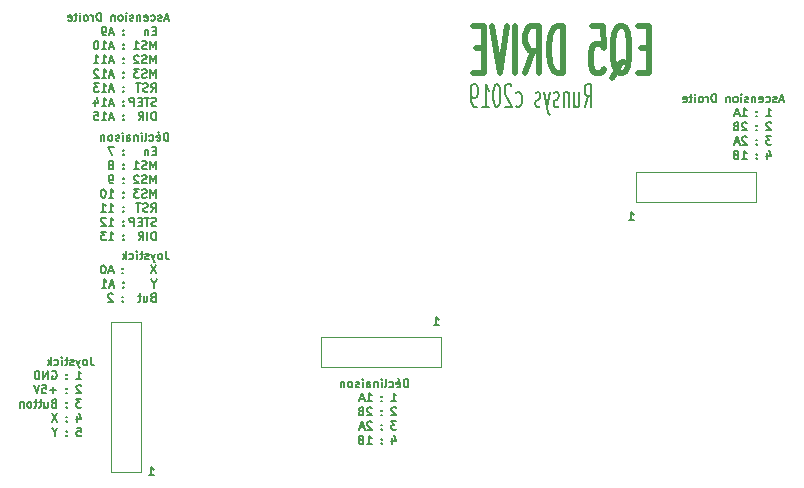
<source format=gbr>
G04 #@! TF.GenerationSoftware,KiCad,Pcbnew,5.1.5-52549c5~84~ubuntu18.04.1*
G04 #@! TF.CreationDate,2019-12-27T21:16:52+01:00*
G04 #@! TF.ProjectId,schema,73636865-6d61-42e6-9b69-6361645f7063,rev?*
G04 #@! TF.SameCoordinates,Original*
G04 #@! TF.FileFunction,Legend,Bot*
G04 #@! TF.FilePolarity,Positive*
%FSLAX46Y46*%
G04 Gerber Fmt 4.6, Leading zero omitted, Abs format (unit mm)*
G04 Created by KiCad (PCBNEW 5.1.5-52549c5~84~ubuntu18.04.1) date 2019-12-27 21:16:52*
%MOMM*%
%LPD*%
G04 APERTURE LIST*
%ADD10C,0.150000*%
%ADD11C,0.120000*%
%ADD12C,0.500000*%
G04 APERTURE END LIST*
D10*
X106415833Y-79800000D02*
X106382500Y-79833333D01*
X106415833Y-79866666D01*
X106449166Y-79833333D01*
X106415833Y-79800000D01*
X106415833Y-79866666D01*
X106415833Y-79433333D02*
X106382500Y-79466666D01*
X106415833Y-79500000D01*
X106449166Y-79466666D01*
X106415833Y-79433333D01*
X106415833Y-79500000D01*
X105615833Y-79166666D02*
X105149166Y-79166666D01*
X105449166Y-79866666D01*
X106415833Y-81000000D02*
X106382500Y-81033333D01*
X106415833Y-81066666D01*
X106449166Y-81033333D01*
X106415833Y-81000000D01*
X106415833Y-81066666D01*
X106415833Y-80633333D02*
X106382500Y-80666666D01*
X106415833Y-80700000D01*
X106449166Y-80666666D01*
X106415833Y-80633333D01*
X106415833Y-80700000D01*
X105449166Y-80666666D02*
X105515833Y-80633333D01*
X105549166Y-80600000D01*
X105582500Y-80533333D01*
X105582500Y-80500000D01*
X105549166Y-80433333D01*
X105515833Y-80400000D01*
X105449166Y-80366666D01*
X105315833Y-80366666D01*
X105249166Y-80400000D01*
X105215833Y-80433333D01*
X105182500Y-80500000D01*
X105182500Y-80533333D01*
X105215833Y-80600000D01*
X105249166Y-80633333D01*
X105315833Y-80666666D01*
X105449166Y-80666666D01*
X105515833Y-80700000D01*
X105549166Y-80733333D01*
X105582500Y-80800000D01*
X105582500Y-80933333D01*
X105549166Y-81000000D01*
X105515833Y-81033333D01*
X105449166Y-81066666D01*
X105315833Y-81066666D01*
X105249166Y-81033333D01*
X105215833Y-81000000D01*
X105182500Y-80933333D01*
X105182500Y-80800000D01*
X105215833Y-80733333D01*
X105249166Y-80700000D01*
X105315833Y-80666666D01*
X106415833Y-82200000D02*
X106382500Y-82233333D01*
X106415833Y-82266666D01*
X106449166Y-82233333D01*
X106415833Y-82200000D01*
X106415833Y-82266666D01*
X106415833Y-81833333D02*
X106382500Y-81866666D01*
X106415833Y-81900000D01*
X106449166Y-81866666D01*
X106415833Y-81833333D01*
X106415833Y-81900000D01*
X105515833Y-82266666D02*
X105382500Y-82266666D01*
X105315833Y-82233333D01*
X105282500Y-82200000D01*
X105215833Y-82100000D01*
X105182500Y-81966666D01*
X105182500Y-81700000D01*
X105215833Y-81633333D01*
X105249166Y-81600000D01*
X105315833Y-81566666D01*
X105449166Y-81566666D01*
X105515833Y-81600000D01*
X105549166Y-81633333D01*
X105582500Y-81700000D01*
X105582500Y-81866666D01*
X105549166Y-81933333D01*
X105515833Y-81966666D01*
X105449166Y-82000000D01*
X105315833Y-82000000D01*
X105249166Y-81966666D01*
X105215833Y-81933333D01*
X105182500Y-81866666D01*
X106415833Y-83400000D02*
X106382500Y-83433333D01*
X106415833Y-83466666D01*
X106449166Y-83433333D01*
X106415833Y-83400000D01*
X106415833Y-83466666D01*
X106415833Y-83033333D02*
X106382500Y-83066666D01*
X106415833Y-83100000D01*
X106449166Y-83066666D01*
X106415833Y-83033333D01*
X106415833Y-83100000D01*
X105182500Y-83466666D02*
X105582500Y-83466666D01*
X105382500Y-83466666D02*
X105382500Y-82766666D01*
X105449166Y-82866666D01*
X105515833Y-82933333D01*
X105582500Y-82966666D01*
X104749166Y-82766666D02*
X104682500Y-82766666D01*
X104615833Y-82800000D01*
X104582500Y-82833333D01*
X104549166Y-82900000D01*
X104515833Y-83033333D01*
X104515833Y-83200000D01*
X104549166Y-83333333D01*
X104582500Y-83400000D01*
X104615833Y-83433333D01*
X104682500Y-83466666D01*
X104749166Y-83466666D01*
X104815833Y-83433333D01*
X104849166Y-83400000D01*
X104882500Y-83333333D01*
X104915833Y-83200000D01*
X104915833Y-83033333D01*
X104882500Y-82900000D01*
X104849166Y-82833333D01*
X104815833Y-82800000D01*
X104749166Y-82766666D01*
X106415833Y-84600000D02*
X106382500Y-84633333D01*
X106415833Y-84666666D01*
X106449166Y-84633333D01*
X106415833Y-84600000D01*
X106415833Y-84666666D01*
X106415833Y-84233333D02*
X106382500Y-84266666D01*
X106415833Y-84300000D01*
X106449166Y-84266666D01*
X106415833Y-84233333D01*
X106415833Y-84300000D01*
X105182500Y-84666666D02*
X105582500Y-84666666D01*
X105382500Y-84666666D02*
X105382500Y-83966666D01*
X105449166Y-84066666D01*
X105515833Y-84133333D01*
X105582500Y-84166666D01*
X104515833Y-84666666D02*
X104915833Y-84666666D01*
X104715833Y-84666666D02*
X104715833Y-83966666D01*
X104782500Y-84066666D01*
X104849166Y-84133333D01*
X104915833Y-84166666D01*
X106415833Y-85800000D02*
X106382500Y-85833333D01*
X106415833Y-85866666D01*
X106449166Y-85833333D01*
X106415833Y-85800000D01*
X106415833Y-85866666D01*
X106415833Y-85433333D02*
X106382500Y-85466666D01*
X106415833Y-85500000D01*
X106449166Y-85466666D01*
X106415833Y-85433333D01*
X106415833Y-85500000D01*
X105182500Y-85866666D02*
X105582500Y-85866666D01*
X105382500Y-85866666D02*
X105382500Y-85166666D01*
X105449166Y-85266666D01*
X105515833Y-85333333D01*
X105582500Y-85366666D01*
X104915833Y-85233333D02*
X104882500Y-85200000D01*
X104815833Y-85166666D01*
X104649166Y-85166666D01*
X104582500Y-85200000D01*
X104549166Y-85233333D01*
X104515833Y-85300000D01*
X104515833Y-85366666D01*
X104549166Y-85466666D01*
X104949166Y-85866666D01*
X104515833Y-85866666D01*
X106415833Y-87000000D02*
X106382500Y-87033333D01*
X106415833Y-87066666D01*
X106449166Y-87033333D01*
X106415833Y-87000000D01*
X106415833Y-87066666D01*
X106415833Y-86633333D02*
X106382500Y-86666666D01*
X106415833Y-86700000D01*
X106449166Y-86666666D01*
X106415833Y-86633333D01*
X106415833Y-86700000D01*
X105182500Y-87066666D02*
X105582500Y-87066666D01*
X105382500Y-87066666D02*
X105382500Y-86366666D01*
X105449166Y-86466666D01*
X105515833Y-86533333D01*
X105582500Y-86566666D01*
X104949166Y-86366666D02*
X104515833Y-86366666D01*
X104749166Y-86633333D01*
X104649166Y-86633333D01*
X104582500Y-86666666D01*
X104549166Y-86700000D01*
X104515833Y-86766666D01*
X104515833Y-86933333D01*
X104549166Y-87000000D01*
X104582500Y-87033333D01*
X104649166Y-87066666D01*
X104849166Y-87066666D01*
X104915833Y-87033333D01*
X104949166Y-87000000D01*
X106415833Y-69640000D02*
X106382500Y-69673333D01*
X106415833Y-69706666D01*
X106449166Y-69673333D01*
X106415833Y-69640000D01*
X106415833Y-69706666D01*
X106415833Y-69273333D02*
X106382500Y-69306666D01*
X106415833Y-69340000D01*
X106449166Y-69306666D01*
X106415833Y-69273333D01*
X106415833Y-69340000D01*
X105582500Y-69506666D02*
X105249166Y-69506666D01*
X105649166Y-69706666D02*
X105415833Y-69006666D01*
X105182500Y-69706666D01*
X104915833Y-69706666D02*
X104782500Y-69706666D01*
X104715833Y-69673333D01*
X104682500Y-69640000D01*
X104615833Y-69540000D01*
X104582500Y-69406666D01*
X104582500Y-69140000D01*
X104615833Y-69073333D01*
X104649166Y-69040000D01*
X104715833Y-69006666D01*
X104849166Y-69006666D01*
X104915833Y-69040000D01*
X104949166Y-69073333D01*
X104982500Y-69140000D01*
X104982500Y-69306666D01*
X104949166Y-69373333D01*
X104915833Y-69406666D01*
X104849166Y-69440000D01*
X104715833Y-69440000D01*
X104649166Y-69406666D01*
X104615833Y-69373333D01*
X104582500Y-69306666D01*
X106415833Y-70840000D02*
X106382500Y-70873333D01*
X106415833Y-70906666D01*
X106449166Y-70873333D01*
X106415833Y-70840000D01*
X106415833Y-70906666D01*
X106415833Y-70473333D02*
X106382500Y-70506666D01*
X106415833Y-70540000D01*
X106449166Y-70506666D01*
X106415833Y-70473333D01*
X106415833Y-70540000D01*
X105582500Y-70706666D02*
X105249166Y-70706666D01*
X105649166Y-70906666D02*
X105415833Y-70206666D01*
X105182500Y-70906666D01*
X104582500Y-70906666D02*
X104982500Y-70906666D01*
X104782500Y-70906666D02*
X104782500Y-70206666D01*
X104849166Y-70306666D01*
X104915833Y-70373333D01*
X104982500Y-70406666D01*
X104149166Y-70206666D02*
X104082500Y-70206666D01*
X104015833Y-70240000D01*
X103982500Y-70273333D01*
X103949166Y-70340000D01*
X103915833Y-70473333D01*
X103915833Y-70640000D01*
X103949166Y-70773333D01*
X103982500Y-70840000D01*
X104015833Y-70873333D01*
X104082500Y-70906666D01*
X104149166Y-70906666D01*
X104215833Y-70873333D01*
X104249166Y-70840000D01*
X104282500Y-70773333D01*
X104315833Y-70640000D01*
X104315833Y-70473333D01*
X104282500Y-70340000D01*
X104249166Y-70273333D01*
X104215833Y-70240000D01*
X104149166Y-70206666D01*
X106415833Y-72040000D02*
X106382500Y-72073333D01*
X106415833Y-72106666D01*
X106449166Y-72073333D01*
X106415833Y-72040000D01*
X106415833Y-72106666D01*
X106415833Y-71673333D02*
X106382500Y-71706666D01*
X106415833Y-71740000D01*
X106449166Y-71706666D01*
X106415833Y-71673333D01*
X106415833Y-71740000D01*
X105582500Y-71906666D02*
X105249166Y-71906666D01*
X105649166Y-72106666D02*
X105415833Y-71406666D01*
X105182500Y-72106666D01*
X104582500Y-72106666D02*
X104982500Y-72106666D01*
X104782500Y-72106666D02*
X104782500Y-71406666D01*
X104849166Y-71506666D01*
X104915833Y-71573333D01*
X104982500Y-71606666D01*
X103915833Y-72106666D02*
X104315833Y-72106666D01*
X104115833Y-72106666D02*
X104115833Y-71406666D01*
X104182500Y-71506666D01*
X104249166Y-71573333D01*
X104315833Y-71606666D01*
X106415833Y-73240000D02*
X106382500Y-73273333D01*
X106415833Y-73306666D01*
X106449166Y-73273333D01*
X106415833Y-73240000D01*
X106415833Y-73306666D01*
X106415833Y-72873333D02*
X106382500Y-72906666D01*
X106415833Y-72940000D01*
X106449166Y-72906666D01*
X106415833Y-72873333D01*
X106415833Y-72940000D01*
X105582500Y-73106666D02*
X105249166Y-73106666D01*
X105649166Y-73306666D02*
X105415833Y-72606666D01*
X105182500Y-73306666D01*
X104582500Y-73306666D02*
X104982500Y-73306666D01*
X104782500Y-73306666D02*
X104782500Y-72606666D01*
X104849166Y-72706666D01*
X104915833Y-72773333D01*
X104982500Y-72806666D01*
X104315833Y-72673333D02*
X104282500Y-72640000D01*
X104215833Y-72606666D01*
X104049166Y-72606666D01*
X103982500Y-72640000D01*
X103949166Y-72673333D01*
X103915833Y-72740000D01*
X103915833Y-72806666D01*
X103949166Y-72906666D01*
X104349166Y-73306666D01*
X103915833Y-73306666D01*
X106415833Y-74440000D02*
X106382500Y-74473333D01*
X106415833Y-74506666D01*
X106449166Y-74473333D01*
X106415833Y-74440000D01*
X106415833Y-74506666D01*
X106415833Y-74073333D02*
X106382500Y-74106666D01*
X106415833Y-74140000D01*
X106449166Y-74106666D01*
X106415833Y-74073333D01*
X106415833Y-74140000D01*
X105582500Y-74306666D02*
X105249166Y-74306666D01*
X105649166Y-74506666D02*
X105415833Y-73806666D01*
X105182500Y-74506666D01*
X104582500Y-74506666D02*
X104982500Y-74506666D01*
X104782500Y-74506666D02*
X104782500Y-73806666D01*
X104849166Y-73906666D01*
X104915833Y-73973333D01*
X104982500Y-74006666D01*
X104349166Y-73806666D02*
X103915833Y-73806666D01*
X104149166Y-74073333D01*
X104049166Y-74073333D01*
X103982500Y-74106666D01*
X103949166Y-74140000D01*
X103915833Y-74206666D01*
X103915833Y-74373333D01*
X103949166Y-74440000D01*
X103982500Y-74473333D01*
X104049166Y-74506666D01*
X104249166Y-74506666D01*
X104315833Y-74473333D01*
X104349166Y-74440000D01*
X106415833Y-75640000D02*
X106382500Y-75673333D01*
X106415833Y-75706666D01*
X106449166Y-75673333D01*
X106415833Y-75640000D01*
X106415833Y-75706666D01*
X106415833Y-75273333D02*
X106382500Y-75306666D01*
X106415833Y-75340000D01*
X106449166Y-75306666D01*
X106415833Y-75273333D01*
X106415833Y-75340000D01*
X105582500Y-75506666D02*
X105249166Y-75506666D01*
X105649166Y-75706666D02*
X105415833Y-75006666D01*
X105182500Y-75706666D01*
X104582500Y-75706666D02*
X104982500Y-75706666D01*
X104782500Y-75706666D02*
X104782500Y-75006666D01*
X104849166Y-75106666D01*
X104915833Y-75173333D01*
X104982500Y-75206666D01*
X103982500Y-75240000D02*
X103982500Y-75706666D01*
X104149166Y-74973333D02*
X104315833Y-75473333D01*
X103882500Y-75473333D01*
X106415833Y-76840000D02*
X106382500Y-76873333D01*
X106415833Y-76906666D01*
X106449166Y-76873333D01*
X106415833Y-76840000D01*
X106415833Y-76906666D01*
X106415833Y-76473333D02*
X106382500Y-76506666D01*
X106415833Y-76540000D01*
X106449166Y-76506666D01*
X106415833Y-76473333D01*
X106415833Y-76540000D01*
X105582500Y-76706666D02*
X105249166Y-76706666D01*
X105649166Y-76906666D02*
X105415833Y-76206666D01*
X105182500Y-76906666D01*
X104582500Y-76906666D02*
X104982500Y-76906666D01*
X104782500Y-76906666D02*
X104782500Y-76206666D01*
X104849166Y-76306666D01*
X104915833Y-76373333D01*
X104982500Y-76406666D01*
X103949166Y-76206666D02*
X104282500Y-76206666D01*
X104315833Y-76540000D01*
X104282500Y-76506666D01*
X104215833Y-76473333D01*
X104049166Y-76473333D01*
X103982500Y-76506666D01*
X103949166Y-76540000D01*
X103915833Y-76606666D01*
X103915833Y-76773333D01*
X103949166Y-76840000D01*
X103982500Y-76873333D01*
X104049166Y-76906666D01*
X104215833Y-76906666D01*
X104282500Y-76873333D01*
X104315833Y-76840000D01*
X108589166Y-106996666D02*
X108989166Y-106996666D01*
X108789166Y-106996666D02*
X108789166Y-106296666D01*
X108855833Y-106396666D01*
X108922500Y-106463333D01*
X108989166Y-106496666D01*
X149229166Y-85406666D02*
X149629166Y-85406666D01*
X149429166Y-85406666D02*
X149429166Y-84706666D01*
X149495833Y-84806666D01*
X149562500Y-84873333D01*
X149629166Y-84906666D01*
X132719166Y-94296666D02*
X133119166Y-94296666D01*
X132919166Y-94296666D02*
X132919166Y-93596666D01*
X132985833Y-93696666D01*
X133052500Y-93763333D01*
X133119166Y-93796666D01*
X103675833Y-96946666D02*
X103675833Y-97446666D01*
X103709166Y-97546666D01*
X103775833Y-97613333D01*
X103875833Y-97646666D01*
X103942500Y-97646666D01*
X103242500Y-97646666D02*
X103309166Y-97613333D01*
X103342500Y-97580000D01*
X103375833Y-97513333D01*
X103375833Y-97313333D01*
X103342500Y-97246666D01*
X103309166Y-97213333D01*
X103242500Y-97180000D01*
X103142500Y-97180000D01*
X103075833Y-97213333D01*
X103042500Y-97246666D01*
X103009166Y-97313333D01*
X103009166Y-97513333D01*
X103042500Y-97580000D01*
X103075833Y-97613333D01*
X103142500Y-97646666D01*
X103242500Y-97646666D01*
X102775833Y-97180000D02*
X102609166Y-97646666D01*
X102442500Y-97180000D02*
X102609166Y-97646666D01*
X102675833Y-97813333D01*
X102709166Y-97846666D01*
X102775833Y-97880000D01*
X102209166Y-97613333D02*
X102142500Y-97646666D01*
X102009166Y-97646666D01*
X101942500Y-97613333D01*
X101909166Y-97546666D01*
X101909166Y-97513333D01*
X101942500Y-97446666D01*
X102009166Y-97413333D01*
X102109166Y-97413333D01*
X102175833Y-97380000D01*
X102209166Y-97313333D01*
X102209166Y-97280000D01*
X102175833Y-97213333D01*
X102109166Y-97180000D01*
X102009166Y-97180000D01*
X101942500Y-97213333D01*
X101709166Y-97180000D02*
X101442500Y-97180000D01*
X101609166Y-96946666D02*
X101609166Y-97546666D01*
X101575833Y-97613333D01*
X101509166Y-97646666D01*
X101442500Y-97646666D01*
X101209166Y-97646666D02*
X101209166Y-97180000D01*
X101209166Y-96946666D02*
X101242500Y-96980000D01*
X101209166Y-97013333D01*
X101175833Y-96980000D01*
X101209166Y-96946666D01*
X101209166Y-97013333D01*
X100575833Y-97613333D02*
X100642500Y-97646666D01*
X100775833Y-97646666D01*
X100842500Y-97613333D01*
X100875833Y-97580000D01*
X100909166Y-97513333D01*
X100909166Y-97313333D01*
X100875833Y-97246666D01*
X100842500Y-97213333D01*
X100775833Y-97180000D01*
X100642500Y-97180000D01*
X100575833Y-97213333D01*
X100275833Y-97646666D02*
X100275833Y-96946666D01*
X100209166Y-97380000D02*
X100009166Y-97646666D01*
X100009166Y-97180000D02*
X100275833Y-97446666D01*
X102442500Y-98846666D02*
X102842500Y-98846666D01*
X102642500Y-98846666D02*
X102642500Y-98146666D01*
X102709166Y-98246666D01*
X102775833Y-98313333D01*
X102842500Y-98346666D01*
X101609166Y-98780000D02*
X101575833Y-98813333D01*
X101609166Y-98846666D01*
X101642500Y-98813333D01*
X101609166Y-98780000D01*
X101609166Y-98846666D01*
X101609166Y-98413333D02*
X101575833Y-98446666D01*
X101609166Y-98480000D01*
X101642500Y-98446666D01*
X101609166Y-98413333D01*
X101609166Y-98480000D01*
X100375833Y-98180000D02*
X100442500Y-98146666D01*
X100542500Y-98146666D01*
X100642500Y-98180000D01*
X100709166Y-98246666D01*
X100742500Y-98313333D01*
X100775833Y-98446666D01*
X100775833Y-98546666D01*
X100742500Y-98680000D01*
X100709166Y-98746666D01*
X100642500Y-98813333D01*
X100542500Y-98846666D01*
X100475833Y-98846666D01*
X100375833Y-98813333D01*
X100342500Y-98780000D01*
X100342500Y-98546666D01*
X100475833Y-98546666D01*
X100042500Y-98846666D02*
X100042500Y-98146666D01*
X99642500Y-98846666D01*
X99642500Y-98146666D01*
X99309166Y-98846666D02*
X99309166Y-98146666D01*
X99142500Y-98146666D01*
X99042500Y-98180000D01*
X98975833Y-98246666D01*
X98942500Y-98313333D01*
X98909166Y-98446666D01*
X98909166Y-98546666D01*
X98942500Y-98680000D01*
X98975833Y-98746666D01*
X99042500Y-98813333D01*
X99142500Y-98846666D01*
X99309166Y-98846666D01*
X102842500Y-99413333D02*
X102809166Y-99380000D01*
X102742500Y-99346666D01*
X102575833Y-99346666D01*
X102509166Y-99380000D01*
X102475833Y-99413333D01*
X102442500Y-99480000D01*
X102442500Y-99546666D01*
X102475833Y-99646666D01*
X102875833Y-100046666D01*
X102442500Y-100046666D01*
X101609166Y-99980000D02*
X101575833Y-100013333D01*
X101609166Y-100046666D01*
X101642500Y-100013333D01*
X101609166Y-99980000D01*
X101609166Y-100046666D01*
X101609166Y-99613333D02*
X101575833Y-99646666D01*
X101609166Y-99680000D01*
X101642500Y-99646666D01*
X101609166Y-99613333D01*
X101609166Y-99680000D01*
X100742500Y-99780000D02*
X100209166Y-99780000D01*
X100475833Y-100046666D02*
X100475833Y-99513333D01*
X99542500Y-99346666D02*
X99875833Y-99346666D01*
X99909166Y-99680000D01*
X99875833Y-99646666D01*
X99809166Y-99613333D01*
X99642500Y-99613333D01*
X99575833Y-99646666D01*
X99542500Y-99680000D01*
X99509166Y-99746666D01*
X99509166Y-99913333D01*
X99542500Y-99980000D01*
X99575833Y-100013333D01*
X99642500Y-100046666D01*
X99809166Y-100046666D01*
X99875833Y-100013333D01*
X99909166Y-99980000D01*
X99309166Y-99346666D02*
X99075833Y-100046666D01*
X98842500Y-99346666D01*
X102875833Y-100546666D02*
X102442500Y-100546666D01*
X102675833Y-100813333D01*
X102575833Y-100813333D01*
X102509166Y-100846666D01*
X102475833Y-100880000D01*
X102442500Y-100946666D01*
X102442500Y-101113333D01*
X102475833Y-101180000D01*
X102509166Y-101213333D01*
X102575833Y-101246666D01*
X102775833Y-101246666D01*
X102842500Y-101213333D01*
X102875833Y-101180000D01*
X101609166Y-101180000D02*
X101575833Y-101213333D01*
X101609166Y-101246666D01*
X101642500Y-101213333D01*
X101609166Y-101180000D01*
X101609166Y-101246666D01*
X101609166Y-100813333D02*
X101575833Y-100846666D01*
X101609166Y-100880000D01*
X101642500Y-100846666D01*
X101609166Y-100813333D01*
X101609166Y-100880000D01*
X100509166Y-100880000D02*
X100409166Y-100913333D01*
X100375833Y-100946666D01*
X100342500Y-101013333D01*
X100342500Y-101113333D01*
X100375833Y-101180000D01*
X100409166Y-101213333D01*
X100475833Y-101246666D01*
X100742500Y-101246666D01*
X100742500Y-100546666D01*
X100509166Y-100546666D01*
X100442500Y-100580000D01*
X100409166Y-100613333D01*
X100375833Y-100680000D01*
X100375833Y-100746666D01*
X100409166Y-100813333D01*
X100442500Y-100846666D01*
X100509166Y-100880000D01*
X100742500Y-100880000D01*
X99742500Y-100780000D02*
X99742500Y-101246666D01*
X100042500Y-100780000D02*
X100042500Y-101146666D01*
X100009166Y-101213333D01*
X99942500Y-101246666D01*
X99842500Y-101246666D01*
X99775833Y-101213333D01*
X99742500Y-101180000D01*
X99509166Y-100780000D02*
X99242500Y-100780000D01*
X99409166Y-100546666D02*
X99409166Y-101146666D01*
X99375833Y-101213333D01*
X99309166Y-101246666D01*
X99242500Y-101246666D01*
X99109166Y-100780000D02*
X98842500Y-100780000D01*
X99009166Y-100546666D02*
X99009166Y-101146666D01*
X98975833Y-101213333D01*
X98909166Y-101246666D01*
X98842500Y-101246666D01*
X98509166Y-101246666D02*
X98575833Y-101213333D01*
X98609166Y-101180000D01*
X98642500Y-101113333D01*
X98642500Y-100913333D01*
X98609166Y-100846666D01*
X98575833Y-100813333D01*
X98509166Y-100780000D01*
X98409166Y-100780000D01*
X98342500Y-100813333D01*
X98309166Y-100846666D01*
X98275833Y-100913333D01*
X98275833Y-101113333D01*
X98309166Y-101180000D01*
X98342500Y-101213333D01*
X98409166Y-101246666D01*
X98509166Y-101246666D01*
X97975833Y-100780000D02*
X97975833Y-101246666D01*
X97975833Y-100846666D02*
X97942500Y-100813333D01*
X97875833Y-100780000D01*
X97775833Y-100780000D01*
X97709166Y-100813333D01*
X97675833Y-100880000D01*
X97675833Y-101246666D01*
X102509166Y-101980000D02*
X102509166Y-102446666D01*
X102675833Y-101713333D02*
X102842500Y-102213333D01*
X102409166Y-102213333D01*
X101609166Y-102380000D02*
X101575833Y-102413333D01*
X101609166Y-102446666D01*
X101642500Y-102413333D01*
X101609166Y-102380000D01*
X101609166Y-102446666D01*
X101609166Y-102013333D02*
X101575833Y-102046666D01*
X101609166Y-102080000D01*
X101642500Y-102046666D01*
X101609166Y-102013333D01*
X101609166Y-102080000D01*
X100809166Y-101746666D02*
X100342500Y-102446666D01*
X100342500Y-101746666D02*
X100809166Y-102446666D01*
X102475833Y-102946666D02*
X102809166Y-102946666D01*
X102842500Y-103280000D01*
X102809166Y-103246666D01*
X102742500Y-103213333D01*
X102575833Y-103213333D01*
X102509166Y-103246666D01*
X102475833Y-103280000D01*
X102442500Y-103346666D01*
X102442500Y-103513333D01*
X102475833Y-103580000D01*
X102509166Y-103613333D01*
X102575833Y-103646666D01*
X102742500Y-103646666D01*
X102809166Y-103613333D01*
X102842500Y-103580000D01*
X101609166Y-103580000D02*
X101575833Y-103613333D01*
X101609166Y-103646666D01*
X101642500Y-103613333D01*
X101609166Y-103580000D01*
X101609166Y-103646666D01*
X101609166Y-103213333D02*
X101575833Y-103246666D01*
X101609166Y-103280000D01*
X101642500Y-103246666D01*
X101609166Y-103213333D01*
X101609166Y-103280000D01*
X100609166Y-103313333D02*
X100609166Y-103646666D01*
X100842500Y-102946666D02*
X100609166Y-103313333D01*
X100375833Y-102946666D01*
X110225833Y-78666666D02*
X110225833Y-77966666D01*
X110059166Y-77966666D01*
X109959166Y-78000000D01*
X109892500Y-78066666D01*
X109859166Y-78133333D01*
X109825833Y-78266666D01*
X109825833Y-78366666D01*
X109859166Y-78500000D01*
X109892500Y-78566666D01*
X109959166Y-78633333D01*
X110059166Y-78666666D01*
X110225833Y-78666666D01*
X109259166Y-78633333D02*
X109325833Y-78666666D01*
X109459166Y-78666666D01*
X109525833Y-78633333D01*
X109559166Y-78566666D01*
X109559166Y-78300000D01*
X109525833Y-78233333D01*
X109459166Y-78200000D01*
X109325833Y-78200000D01*
X109259166Y-78233333D01*
X109225833Y-78300000D01*
X109225833Y-78366666D01*
X109559166Y-78433333D01*
X109325833Y-77933333D02*
X109425833Y-78033333D01*
X108625833Y-78633333D02*
X108692500Y-78666666D01*
X108825833Y-78666666D01*
X108892500Y-78633333D01*
X108925833Y-78600000D01*
X108959166Y-78533333D01*
X108959166Y-78333333D01*
X108925833Y-78266666D01*
X108892500Y-78233333D01*
X108825833Y-78200000D01*
X108692500Y-78200000D01*
X108625833Y-78233333D01*
X108225833Y-78666666D02*
X108292500Y-78633333D01*
X108325833Y-78566666D01*
X108325833Y-77966666D01*
X107959166Y-78666666D02*
X107959166Y-78200000D01*
X107959166Y-77966666D02*
X107992500Y-78000000D01*
X107959166Y-78033333D01*
X107925833Y-78000000D01*
X107959166Y-77966666D01*
X107959166Y-78033333D01*
X107625833Y-78200000D02*
X107625833Y-78666666D01*
X107625833Y-78266666D02*
X107592500Y-78233333D01*
X107525833Y-78200000D01*
X107425833Y-78200000D01*
X107359166Y-78233333D01*
X107325833Y-78300000D01*
X107325833Y-78666666D01*
X106692500Y-78666666D02*
X106692500Y-78300000D01*
X106725833Y-78233333D01*
X106792500Y-78200000D01*
X106925833Y-78200000D01*
X106992500Y-78233333D01*
X106692500Y-78633333D02*
X106759166Y-78666666D01*
X106925833Y-78666666D01*
X106992500Y-78633333D01*
X107025833Y-78566666D01*
X107025833Y-78500000D01*
X106992500Y-78433333D01*
X106925833Y-78400000D01*
X106759166Y-78400000D01*
X106692500Y-78366666D01*
X106359166Y-78666666D02*
X106359166Y-78200000D01*
X106359166Y-77966666D02*
X106392500Y-78000000D01*
X106359166Y-78033333D01*
X106325833Y-78000000D01*
X106359166Y-77966666D01*
X106359166Y-78033333D01*
X106059166Y-78633333D02*
X105992500Y-78666666D01*
X105859166Y-78666666D01*
X105792500Y-78633333D01*
X105759166Y-78566666D01*
X105759166Y-78533333D01*
X105792500Y-78466666D01*
X105859166Y-78433333D01*
X105959166Y-78433333D01*
X106025833Y-78400000D01*
X106059166Y-78333333D01*
X106059166Y-78300000D01*
X106025833Y-78233333D01*
X105959166Y-78200000D01*
X105859166Y-78200000D01*
X105792500Y-78233333D01*
X105359166Y-78666666D02*
X105425833Y-78633333D01*
X105459166Y-78600000D01*
X105492500Y-78533333D01*
X105492500Y-78333333D01*
X105459166Y-78266666D01*
X105425833Y-78233333D01*
X105359166Y-78200000D01*
X105259166Y-78200000D01*
X105192500Y-78233333D01*
X105159166Y-78266666D01*
X105125833Y-78333333D01*
X105125833Y-78533333D01*
X105159166Y-78600000D01*
X105192500Y-78633333D01*
X105259166Y-78666666D01*
X105359166Y-78666666D01*
X104825833Y-78200000D02*
X104825833Y-78666666D01*
X104825833Y-78266666D02*
X104792500Y-78233333D01*
X104725833Y-78200000D01*
X104625833Y-78200000D01*
X104559166Y-78233333D01*
X104525833Y-78300000D01*
X104525833Y-78666666D01*
X109159166Y-79500000D02*
X108925833Y-79500000D01*
X108825833Y-79866666D02*
X109159166Y-79866666D01*
X109159166Y-79166666D01*
X108825833Y-79166666D01*
X108525833Y-79400000D02*
X108525833Y-79866666D01*
X108525833Y-79466666D02*
X108492500Y-79433333D01*
X108425833Y-79400000D01*
X108325833Y-79400000D01*
X108259166Y-79433333D01*
X108225833Y-79500000D01*
X108225833Y-79866666D01*
X109159166Y-81066666D02*
X109159166Y-80366666D01*
X108925833Y-80866666D01*
X108692500Y-80366666D01*
X108692500Y-81066666D01*
X108392500Y-81033333D02*
X108292500Y-81066666D01*
X108125833Y-81066666D01*
X108059166Y-81033333D01*
X108025833Y-81000000D01*
X107992500Y-80933333D01*
X107992500Y-80866666D01*
X108025833Y-80800000D01*
X108059166Y-80766666D01*
X108125833Y-80733333D01*
X108259166Y-80700000D01*
X108325833Y-80666666D01*
X108359166Y-80633333D01*
X108392500Y-80566666D01*
X108392500Y-80500000D01*
X108359166Y-80433333D01*
X108325833Y-80400000D01*
X108259166Y-80366666D01*
X108092500Y-80366666D01*
X107992500Y-80400000D01*
X107325833Y-81066666D02*
X107725833Y-81066666D01*
X107525833Y-81066666D02*
X107525833Y-80366666D01*
X107592500Y-80466666D01*
X107659166Y-80533333D01*
X107725833Y-80566666D01*
X109159166Y-82266666D02*
X109159166Y-81566666D01*
X108925833Y-82066666D01*
X108692500Y-81566666D01*
X108692500Y-82266666D01*
X108392500Y-82233333D02*
X108292500Y-82266666D01*
X108125833Y-82266666D01*
X108059166Y-82233333D01*
X108025833Y-82200000D01*
X107992500Y-82133333D01*
X107992500Y-82066666D01*
X108025833Y-82000000D01*
X108059166Y-81966666D01*
X108125833Y-81933333D01*
X108259166Y-81900000D01*
X108325833Y-81866666D01*
X108359166Y-81833333D01*
X108392500Y-81766666D01*
X108392500Y-81700000D01*
X108359166Y-81633333D01*
X108325833Y-81600000D01*
X108259166Y-81566666D01*
X108092500Y-81566666D01*
X107992500Y-81600000D01*
X107725833Y-81633333D02*
X107692500Y-81600000D01*
X107625833Y-81566666D01*
X107459166Y-81566666D01*
X107392500Y-81600000D01*
X107359166Y-81633333D01*
X107325833Y-81700000D01*
X107325833Y-81766666D01*
X107359166Y-81866666D01*
X107759166Y-82266666D01*
X107325833Y-82266666D01*
X109159166Y-83466666D02*
X109159166Y-82766666D01*
X108925833Y-83266666D01*
X108692500Y-82766666D01*
X108692500Y-83466666D01*
X108392500Y-83433333D02*
X108292500Y-83466666D01*
X108125833Y-83466666D01*
X108059166Y-83433333D01*
X108025833Y-83400000D01*
X107992500Y-83333333D01*
X107992500Y-83266666D01*
X108025833Y-83200000D01*
X108059166Y-83166666D01*
X108125833Y-83133333D01*
X108259166Y-83100000D01*
X108325833Y-83066666D01*
X108359166Y-83033333D01*
X108392500Y-82966666D01*
X108392500Y-82900000D01*
X108359166Y-82833333D01*
X108325833Y-82800000D01*
X108259166Y-82766666D01*
X108092500Y-82766666D01*
X107992500Y-82800000D01*
X107759166Y-82766666D02*
X107325833Y-82766666D01*
X107559166Y-83033333D01*
X107459166Y-83033333D01*
X107392500Y-83066666D01*
X107359166Y-83100000D01*
X107325833Y-83166666D01*
X107325833Y-83333333D01*
X107359166Y-83400000D01*
X107392500Y-83433333D01*
X107459166Y-83466666D01*
X107659166Y-83466666D01*
X107725833Y-83433333D01*
X107759166Y-83400000D01*
X108759166Y-84666666D02*
X108992500Y-84333333D01*
X109159166Y-84666666D02*
X109159166Y-83966666D01*
X108892500Y-83966666D01*
X108825833Y-84000000D01*
X108792500Y-84033333D01*
X108759166Y-84100000D01*
X108759166Y-84200000D01*
X108792500Y-84266666D01*
X108825833Y-84300000D01*
X108892500Y-84333333D01*
X109159166Y-84333333D01*
X108492500Y-84633333D02*
X108392500Y-84666666D01*
X108225833Y-84666666D01*
X108159166Y-84633333D01*
X108125833Y-84600000D01*
X108092500Y-84533333D01*
X108092500Y-84466666D01*
X108125833Y-84400000D01*
X108159166Y-84366666D01*
X108225833Y-84333333D01*
X108359166Y-84300000D01*
X108425833Y-84266666D01*
X108459166Y-84233333D01*
X108492500Y-84166666D01*
X108492500Y-84100000D01*
X108459166Y-84033333D01*
X108425833Y-84000000D01*
X108359166Y-83966666D01*
X108192500Y-83966666D01*
X108092500Y-84000000D01*
X107892500Y-83966666D02*
X107492500Y-83966666D01*
X107692500Y-84666666D02*
X107692500Y-83966666D01*
X109192500Y-85833333D02*
X109092500Y-85866666D01*
X108925833Y-85866666D01*
X108859166Y-85833333D01*
X108825833Y-85800000D01*
X108792500Y-85733333D01*
X108792500Y-85666666D01*
X108825833Y-85600000D01*
X108859166Y-85566666D01*
X108925833Y-85533333D01*
X109059166Y-85500000D01*
X109125833Y-85466666D01*
X109159166Y-85433333D01*
X109192500Y-85366666D01*
X109192500Y-85300000D01*
X109159166Y-85233333D01*
X109125833Y-85200000D01*
X109059166Y-85166666D01*
X108892500Y-85166666D01*
X108792500Y-85200000D01*
X108592500Y-85166666D02*
X108192500Y-85166666D01*
X108392500Y-85866666D02*
X108392500Y-85166666D01*
X107959166Y-85500000D02*
X107725833Y-85500000D01*
X107625833Y-85866666D02*
X107959166Y-85866666D01*
X107959166Y-85166666D01*
X107625833Y-85166666D01*
X107325833Y-85866666D02*
X107325833Y-85166666D01*
X107059166Y-85166666D01*
X106992500Y-85200000D01*
X106959166Y-85233333D01*
X106925833Y-85300000D01*
X106925833Y-85400000D01*
X106959166Y-85466666D01*
X106992500Y-85500000D01*
X107059166Y-85533333D01*
X107325833Y-85533333D01*
X109159166Y-87066666D02*
X109159166Y-86366666D01*
X108992500Y-86366666D01*
X108892500Y-86400000D01*
X108825833Y-86466666D01*
X108792500Y-86533333D01*
X108759166Y-86666666D01*
X108759166Y-86766666D01*
X108792500Y-86900000D01*
X108825833Y-86966666D01*
X108892500Y-87033333D01*
X108992500Y-87066666D01*
X109159166Y-87066666D01*
X108459166Y-87066666D02*
X108459166Y-86366666D01*
X107725833Y-87066666D02*
X107959166Y-86733333D01*
X108125833Y-87066666D02*
X108125833Y-86366666D01*
X107859166Y-86366666D01*
X107792500Y-86400000D01*
X107759166Y-86433333D01*
X107725833Y-86500000D01*
X107725833Y-86600000D01*
X107759166Y-86666666D01*
X107792500Y-86700000D01*
X107859166Y-86733333D01*
X108125833Y-86733333D01*
X110259166Y-68306666D02*
X109925833Y-68306666D01*
X110325833Y-68506666D02*
X110092500Y-67806666D01*
X109859166Y-68506666D01*
X109659166Y-68473333D02*
X109592500Y-68506666D01*
X109459166Y-68506666D01*
X109392500Y-68473333D01*
X109359166Y-68406666D01*
X109359166Y-68373333D01*
X109392500Y-68306666D01*
X109459166Y-68273333D01*
X109559166Y-68273333D01*
X109625833Y-68240000D01*
X109659166Y-68173333D01*
X109659166Y-68140000D01*
X109625833Y-68073333D01*
X109559166Y-68040000D01*
X109459166Y-68040000D01*
X109392500Y-68073333D01*
X108759166Y-68473333D02*
X108825833Y-68506666D01*
X108959166Y-68506666D01*
X109025833Y-68473333D01*
X109059166Y-68440000D01*
X109092500Y-68373333D01*
X109092500Y-68173333D01*
X109059166Y-68106666D01*
X109025833Y-68073333D01*
X108959166Y-68040000D01*
X108825833Y-68040000D01*
X108759166Y-68073333D01*
X108192500Y-68473333D02*
X108259166Y-68506666D01*
X108392500Y-68506666D01*
X108459166Y-68473333D01*
X108492500Y-68406666D01*
X108492500Y-68140000D01*
X108459166Y-68073333D01*
X108392500Y-68040000D01*
X108259166Y-68040000D01*
X108192500Y-68073333D01*
X108159166Y-68140000D01*
X108159166Y-68206666D01*
X108492500Y-68273333D01*
X107859166Y-68040000D02*
X107859166Y-68506666D01*
X107859166Y-68106666D02*
X107825833Y-68073333D01*
X107759166Y-68040000D01*
X107659166Y-68040000D01*
X107592500Y-68073333D01*
X107559166Y-68140000D01*
X107559166Y-68506666D01*
X107259166Y-68473333D02*
X107192500Y-68506666D01*
X107059166Y-68506666D01*
X106992500Y-68473333D01*
X106959166Y-68406666D01*
X106959166Y-68373333D01*
X106992500Y-68306666D01*
X107059166Y-68273333D01*
X107159166Y-68273333D01*
X107225833Y-68240000D01*
X107259166Y-68173333D01*
X107259166Y-68140000D01*
X107225833Y-68073333D01*
X107159166Y-68040000D01*
X107059166Y-68040000D01*
X106992500Y-68073333D01*
X106659166Y-68506666D02*
X106659166Y-68040000D01*
X106659166Y-67806666D02*
X106692500Y-67840000D01*
X106659166Y-67873333D01*
X106625833Y-67840000D01*
X106659166Y-67806666D01*
X106659166Y-67873333D01*
X106225833Y-68506666D02*
X106292500Y-68473333D01*
X106325833Y-68440000D01*
X106359166Y-68373333D01*
X106359166Y-68173333D01*
X106325833Y-68106666D01*
X106292500Y-68073333D01*
X106225833Y-68040000D01*
X106125833Y-68040000D01*
X106059166Y-68073333D01*
X106025833Y-68106666D01*
X105992500Y-68173333D01*
X105992500Y-68373333D01*
X106025833Y-68440000D01*
X106059166Y-68473333D01*
X106125833Y-68506666D01*
X106225833Y-68506666D01*
X105692500Y-68040000D02*
X105692500Y-68506666D01*
X105692500Y-68106666D02*
X105659166Y-68073333D01*
X105592500Y-68040000D01*
X105492500Y-68040000D01*
X105425833Y-68073333D01*
X105392500Y-68140000D01*
X105392500Y-68506666D01*
X104525833Y-68506666D02*
X104525833Y-67806666D01*
X104359166Y-67806666D01*
X104259166Y-67840000D01*
X104192500Y-67906666D01*
X104159166Y-67973333D01*
X104125833Y-68106666D01*
X104125833Y-68206666D01*
X104159166Y-68340000D01*
X104192500Y-68406666D01*
X104259166Y-68473333D01*
X104359166Y-68506666D01*
X104525833Y-68506666D01*
X103825833Y-68506666D02*
X103825833Y-68040000D01*
X103825833Y-68173333D02*
X103792500Y-68106666D01*
X103759166Y-68073333D01*
X103692500Y-68040000D01*
X103625833Y-68040000D01*
X103292500Y-68506666D02*
X103359166Y-68473333D01*
X103392500Y-68440000D01*
X103425833Y-68373333D01*
X103425833Y-68173333D01*
X103392500Y-68106666D01*
X103359166Y-68073333D01*
X103292500Y-68040000D01*
X103192500Y-68040000D01*
X103125833Y-68073333D01*
X103092500Y-68106666D01*
X103059166Y-68173333D01*
X103059166Y-68373333D01*
X103092500Y-68440000D01*
X103125833Y-68473333D01*
X103192500Y-68506666D01*
X103292500Y-68506666D01*
X102759166Y-68506666D02*
X102759166Y-68040000D01*
X102759166Y-67806666D02*
X102792500Y-67840000D01*
X102759166Y-67873333D01*
X102725833Y-67840000D01*
X102759166Y-67806666D01*
X102759166Y-67873333D01*
X102525833Y-68040000D02*
X102259166Y-68040000D01*
X102425833Y-67806666D02*
X102425833Y-68406666D01*
X102392500Y-68473333D01*
X102325833Y-68506666D01*
X102259166Y-68506666D01*
X101759166Y-68473333D02*
X101825833Y-68506666D01*
X101959166Y-68506666D01*
X102025833Y-68473333D01*
X102059166Y-68406666D01*
X102059166Y-68140000D01*
X102025833Y-68073333D01*
X101959166Y-68040000D01*
X101825833Y-68040000D01*
X101759166Y-68073333D01*
X101725833Y-68140000D01*
X101725833Y-68206666D01*
X102059166Y-68273333D01*
X109159166Y-69340000D02*
X108925833Y-69340000D01*
X108825833Y-69706666D02*
X109159166Y-69706666D01*
X109159166Y-69006666D01*
X108825833Y-69006666D01*
X108525833Y-69240000D02*
X108525833Y-69706666D01*
X108525833Y-69306666D02*
X108492500Y-69273333D01*
X108425833Y-69240000D01*
X108325833Y-69240000D01*
X108259166Y-69273333D01*
X108225833Y-69340000D01*
X108225833Y-69706666D01*
X109159166Y-70906666D02*
X109159166Y-70206666D01*
X108925833Y-70706666D01*
X108692500Y-70206666D01*
X108692500Y-70906666D01*
X108392500Y-70873333D02*
X108292500Y-70906666D01*
X108125833Y-70906666D01*
X108059166Y-70873333D01*
X108025833Y-70840000D01*
X107992500Y-70773333D01*
X107992500Y-70706666D01*
X108025833Y-70640000D01*
X108059166Y-70606666D01*
X108125833Y-70573333D01*
X108259166Y-70540000D01*
X108325833Y-70506666D01*
X108359166Y-70473333D01*
X108392500Y-70406666D01*
X108392500Y-70340000D01*
X108359166Y-70273333D01*
X108325833Y-70240000D01*
X108259166Y-70206666D01*
X108092500Y-70206666D01*
X107992500Y-70240000D01*
X107325833Y-70906666D02*
X107725833Y-70906666D01*
X107525833Y-70906666D02*
X107525833Y-70206666D01*
X107592500Y-70306666D01*
X107659166Y-70373333D01*
X107725833Y-70406666D01*
X109159166Y-72106666D02*
X109159166Y-71406666D01*
X108925833Y-71906666D01*
X108692500Y-71406666D01*
X108692500Y-72106666D01*
X108392500Y-72073333D02*
X108292500Y-72106666D01*
X108125833Y-72106666D01*
X108059166Y-72073333D01*
X108025833Y-72040000D01*
X107992500Y-71973333D01*
X107992500Y-71906666D01*
X108025833Y-71840000D01*
X108059166Y-71806666D01*
X108125833Y-71773333D01*
X108259166Y-71740000D01*
X108325833Y-71706666D01*
X108359166Y-71673333D01*
X108392500Y-71606666D01*
X108392500Y-71540000D01*
X108359166Y-71473333D01*
X108325833Y-71440000D01*
X108259166Y-71406666D01*
X108092500Y-71406666D01*
X107992500Y-71440000D01*
X107725833Y-71473333D02*
X107692500Y-71440000D01*
X107625833Y-71406666D01*
X107459166Y-71406666D01*
X107392500Y-71440000D01*
X107359166Y-71473333D01*
X107325833Y-71540000D01*
X107325833Y-71606666D01*
X107359166Y-71706666D01*
X107759166Y-72106666D01*
X107325833Y-72106666D01*
X109159166Y-73306666D02*
X109159166Y-72606666D01*
X108925833Y-73106666D01*
X108692500Y-72606666D01*
X108692500Y-73306666D01*
X108392500Y-73273333D02*
X108292500Y-73306666D01*
X108125833Y-73306666D01*
X108059166Y-73273333D01*
X108025833Y-73240000D01*
X107992500Y-73173333D01*
X107992500Y-73106666D01*
X108025833Y-73040000D01*
X108059166Y-73006666D01*
X108125833Y-72973333D01*
X108259166Y-72940000D01*
X108325833Y-72906666D01*
X108359166Y-72873333D01*
X108392500Y-72806666D01*
X108392500Y-72740000D01*
X108359166Y-72673333D01*
X108325833Y-72640000D01*
X108259166Y-72606666D01*
X108092500Y-72606666D01*
X107992500Y-72640000D01*
X107759166Y-72606666D02*
X107325833Y-72606666D01*
X107559166Y-72873333D01*
X107459166Y-72873333D01*
X107392500Y-72906666D01*
X107359166Y-72940000D01*
X107325833Y-73006666D01*
X107325833Y-73173333D01*
X107359166Y-73240000D01*
X107392500Y-73273333D01*
X107459166Y-73306666D01*
X107659166Y-73306666D01*
X107725833Y-73273333D01*
X107759166Y-73240000D01*
X108759166Y-74506666D02*
X108992500Y-74173333D01*
X109159166Y-74506666D02*
X109159166Y-73806666D01*
X108892500Y-73806666D01*
X108825833Y-73840000D01*
X108792500Y-73873333D01*
X108759166Y-73940000D01*
X108759166Y-74040000D01*
X108792500Y-74106666D01*
X108825833Y-74140000D01*
X108892500Y-74173333D01*
X109159166Y-74173333D01*
X108492500Y-74473333D02*
X108392500Y-74506666D01*
X108225833Y-74506666D01*
X108159166Y-74473333D01*
X108125833Y-74440000D01*
X108092500Y-74373333D01*
X108092500Y-74306666D01*
X108125833Y-74240000D01*
X108159166Y-74206666D01*
X108225833Y-74173333D01*
X108359166Y-74140000D01*
X108425833Y-74106666D01*
X108459166Y-74073333D01*
X108492500Y-74006666D01*
X108492500Y-73940000D01*
X108459166Y-73873333D01*
X108425833Y-73840000D01*
X108359166Y-73806666D01*
X108192500Y-73806666D01*
X108092500Y-73840000D01*
X107892500Y-73806666D02*
X107492500Y-73806666D01*
X107692500Y-74506666D02*
X107692500Y-73806666D01*
X109192500Y-75673333D02*
X109092500Y-75706666D01*
X108925833Y-75706666D01*
X108859166Y-75673333D01*
X108825833Y-75640000D01*
X108792500Y-75573333D01*
X108792500Y-75506666D01*
X108825833Y-75440000D01*
X108859166Y-75406666D01*
X108925833Y-75373333D01*
X109059166Y-75340000D01*
X109125833Y-75306666D01*
X109159166Y-75273333D01*
X109192500Y-75206666D01*
X109192500Y-75140000D01*
X109159166Y-75073333D01*
X109125833Y-75040000D01*
X109059166Y-75006666D01*
X108892500Y-75006666D01*
X108792500Y-75040000D01*
X108592500Y-75006666D02*
X108192500Y-75006666D01*
X108392500Y-75706666D02*
X108392500Y-75006666D01*
X107959166Y-75340000D02*
X107725833Y-75340000D01*
X107625833Y-75706666D02*
X107959166Y-75706666D01*
X107959166Y-75006666D01*
X107625833Y-75006666D01*
X107325833Y-75706666D02*
X107325833Y-75006666D01*
X107059166Y-75006666D01*
X106992500Y-75040000D01*
X106959166Y-75073333D01*
X106925833Y-75140000D01*
X106925833Y-75240000D01*
X106959166Y-75306666D01*
X106992500Y-75340000D01*
X107059166Y-75373333D01*
X107325833Y-75373333D01*
X109159166Y-76906666D02*
X109159166Y-76206666D01*
X108992500Y-76206666D01*
X108892500Y-76240000D01*
X108825833Y-76306666D01*
X108792500Y-76373333D01*
X108759166Y-76506666D01*
X108759166Y-76606666D01*
X108792500Y-76740000D01*
X108825833Y-76806666D01*
X108892500Y-76873333D01*
X108992500Y-76906666D01*
X109159166Y-76906666D01*
X108459166Y-76906666D02*
X108459166Y-76206666D01*
X107725833Y-76906666D02*
X107959166Y-76573333D01*
X108125833Y-76906666D02*
X108125833Y-76206666D01*
X107859166Y-76206666D01*
X107792500Y-76240000D01*
X107759166Y-76273333D01*
X107725833Y-76340000D01*
X107725833Y-76440000D01*
X107759166Y-76506666D01*
X107792500Y-76540000D01*
X107859166Y-76573333D01*
X108125833Y-76573333D01*
X110025833Y-87986666D02*
X110025833Y-88486666D01*
X110059166Y-88586666D01*
X110125833Y-88653333D01*
X110225833Y-88686666D01*
X110292500Y-88686666D01*
X109592500Y-88686666D02*
X109659166Y-88653333D01*
X109692500Y-88620000D01*
X109725833Y-88553333D01*
X109725833Y-88353333D01*
X109692500Y-88286666D01*
X109659166Y-88253333D01*
X109592500Y-88220000D01*
X109492500Y-88220000D01*
X109425833Y-88253333D01*
X109392500Y-88286666D01*
X109359166Y-88353333D01*
X109359166Y-88553333D01*
X109392500Y-88620000D01*
X109425833Y-88653333D01*
X109492500Y-88686666D01*
X109592500Y-88686666D01*
X109125833Y-88220000D02*
X108959166Y-88686666D01*
X108792500Y-88220000D02*
X108959166Y-88686666D01*
X109025833Y-88853333D01*
X109059166Y-88886666D01*
X109125833Y-88920000D01*
X108559166Y-88653333D02*
X108492500Y-88686666D01*
X108359166Y-88686666D01*
X108292500Y-88653333D01*
X108259166Y-88586666D01*
X108259166Y-88553333D01*
X108292500Y-88486666D01*
X108359166Y-88453333D01*
X108459166Y-88453333D01*
X108525833Y-88420000D01*
X108559166Y-88353333D01*
X108559166Y-88320000D01*
X108525833Y-88253333D01*
X108459166Y-88220000D01*
X108359166Y-88220000D01*
X108292500Y-88253333D01*
X108059166Y-88220000D02*
X107792500Y-88220000D01*
X107959166Y-87986666D02*
X107959166Y-88586666D01*
X107925833Y-88653333D01*
X107859166Y-88686666D01*
X107792500Y-88686666D01*
X107559166Y-88686666D02*
X107559166Y-88220000D01*
X107559166Y-87986666D02*
X107592500Y-88020000D01*
X107559166Y-88053333D01*
X107525833Y-88020000D01*
X107559166Y-87986666D01*
X107559166Y-88053333D01*
X106925833Y-88653333D02*
X106992500Y-88686666D01*
X107125833Y-88686666D01*
X107192500Y-88653333D01*
X107225833Y-88620000D01*
X107259166Y-88553333D01*
X107259166Y-88353333D01*
X107225833Y-88286666D01*
X107192500Y-88253333D01*
X107125833Y-88220000D01*
X106992500Y-88220000D01*
X106925833Y-88253333D01*
X106625833Y-88686666D02*
X106625833Y-87986666D01*
X106559166Y-88420000D02*
X106359166Y-88686666D01*
X106359166Y-88220000D02*
X106625833Y-88486666D01*
X109225833Y-89186666D02*
X108759166Y-89886666D01*
X108759166Y-89186666D02*
X109225833Y-89886666D01*
X106359166Y-89820000D02*
X106325833Y-89853333D01*
X106359166Y-89886666D01*
X106392500Y-89853333D01*
X106359166Y-89820000D01*
X106359166Y-89886666D01*
X106359166Y-89453333D02*
X106325833Y-89486666D01*
X106359166Y-89520000D01*
X106392500Y-89486666D01*
X106359166Y-89453333D01*
X106359166Y-89520000D01*
X105525833Y-89686666D02*
X105192500Y-89686666D01*
X105592500Y-89886666D02*
X105359166Y-89186666D01*
X105125833Y-89886666D01*
X104759166Y-89186666D02*
X104692500Y-89186666D01*
X104625833Y-89220000D01*
X104592500Y-89253333D01*
X104559166Y-89320000D01*
X104525833Y-89453333D01*
X104525833Y-89620000D01*
X104559166Y-89753333D01*
X104592500Y-89820000D01*
X104625833Y-89853333D01*
X104692500Y-89886666D01*
X104759166Y-89886666D01*
X104825833Y-89853333D01*
X104859166Y-89820000D01*
X104892500Y-89753333D01*
X104925833Y-89620000D01*
X104925833Y-89453333D01*
X104892500Y-89320000D01*
X104859166Y-89253333D01*
X104825833Y-89220000D01*
X104759166Y-89186666D01*
X109025833Y-90753333D02*
X109025833Y-91086666D01*
X109259166Y-90386666D02*
X109025833Y-90753333D01*
X108792500Y-90386666D01*
X106425833Y-91020000D02*
X106392500Y-91053333D01*
X106425833Y-91086666D01*
X106459166Y-91053333D01*
X106425833Y-91020000D01*
X106425833Y-91086666D01*
X106425833Y-90653333D02*
X106392500Y-90686666D01*
X106425833Y-90720000D01*
X106459166Y-90686666D01*
X106425833Y-90653333D01*
X106425833Y-90720000D01*
X105592500Y-90886666D02*
X105259166Y-90886666D01*
X105659166Y-91086666D02*
X105425833Y-90386666D01*
X105192500Y-91086666D01*
X104592500Y-91086666D02*
X104992500Y-91086666D01*
X104792500Y-91086666D02*
X104792500Y-90386666D01*
X104859166Y-90486666D01*
X104925833Y-90553333D01*
X104992500Y-90586666D01*
X108925833Y-91920000D02*
X108825833Y-91953333D01*
X108792500Y-91986666D01*
X108759166Y-92053333D01*
X108759166Y-92153333D01*
X108792500Y-92220000D01*
X108825833Y-92253333D01*
X108892500Y-92286666D01*
X109159166Y-92286666D01*
X109159166Y-91586666D01*
X108925833Y-91586666D01*
X108859166Y-91620000D01*
X108825833Y-91653333D01*
X108792500Y-91720000D01*
X108792500Y-91786666D01*
X108825833Y-91853333D01*
X108859166Y-91886666D01*
X108925833Y-91920000D01*
X109159166Y-91920000D01*
X108159166Y-91820000D02*
X108159166Y-92286666D01*
X108459166Y-91820000D02*
X108459166Y-92186666D01*
X108425833Y-92253333D01*
X108359166Y-92286666D01*
X108259166Y-92286666D01*
X108192500Y-92253333D01*
X108159166Y-92220000D01*
X107925833Y-91820000D02*
X107659166Y-91820000D01*
X107825833Y-91586666D02*
X107825833Y-92186666D01*
X107792500Y-92253333D01*
X107725833Y-92286666D01*
X107659166Y-92286666D01*
X106359166Y-92220000D02*
X106325833Y-92253333D01*
X106359166Y-92286666D01*
X106392500Y-92253333D01*
X106359166Y-92220000D01*
X106359166Y-92286666D01*
X106359166Y-91853333D02*
X106325833Y-91886666D01*
X106359166Y-91920000D01*
X106392500Y-91886666D01*
X106359166Y-91853333D01*
X106359166Y-91920000D01*
X105525833Y-91653333D02*
X105492500Y-91620000D01*
X105425833Y-91586666D01*
X105259166Y-91586666D01*
X105192500Y-91620000D01*
X105159166Y-91653333D01*
X105125833Y-91720000D01*
X105125833Y-91786666D01*
X105159166Y-91886666D01*
X105559166Y-92286666D01*
X105125833Y-92286666D01*
D11*
X105410000Y-106680000D02*
X107950000Y-106680000D01*
X107950000Y-106680000D02*
X107950000Y-93980000D01*
X105410000Y-93980000D02*
X105410000Y-106680000D01*
X107950000Y-93980000D02*
X105410000Y-93980000D01*
X160020000Y-83820000D02*
X160020000Y-81280000D01*
X149860000Y-83820000D02*
X160020000Y-83820000D01*
X149860000Y-81280000D02*
X149860000Y-83820000D01*
X160020000Y-81280000D02*
X149860000Y-81280000D01*
X133350000Y-95250000D02*
X123190000Y-95250000D01*
X133350000Y-97790000D02*
X133350000Y-95250000D01*
X123190000Y-97790000D02*
X133350000Y-97790000D01*
X123190000Y-95250000D02*
X123190000Y-97790000D01*
D10*
X145470000Y-75834761D02*
X145803333Y-74882380D01*
X146041428Y-75834761D02*
X146041428Y-73834761D01*
X145660476Y-73834761D01*
X145565238Y-73930000D01*
X145517619Y-74025238D01*
X145470000Y-74215714D01*
X145470000Y-74501428D01*
X145517619Y-74691904D01*
X145565238Y-74787142D01*
X145660476Y-74882380D01*
X146041428Y-74882380D01*
X144612857Y-74501428D02*
X144612857Y-75834761D01*
X145041428Y-74501428D02*
X145041428Y-75549047D01*
X144993809Y-75739523D01*
X144898571Y-75834761D01*
X144755714Y-75834761D01*
X144660476Y-75739523D01*
X144612857Y-75644285D01*
X144136666Y-74501428D02*
X144136666Y-75834761D01*
X144136666Y-74691904D02*
X144089047Y-74596666D01*
X143993809Y-74501428D01*
X143850952Y-74501428D01*
X143755714Y-74596666D01*
X143708095Y-74787142D01*
X143708095Y-75834761D01*
X143279523Y-75739523D02*
X143184285Y-75834761D01*
X142993809Y-75834761D01*
X142898571Y-75739523D01*
X142850952Y-75549047D01*
X142850952Y-75453809D01*
X142898571Y-75263333D01*
X142993809Y-75168095D01*
X143136666Y-75168095D01*
X143231904Y-75072857D01*
X143279523Y-74882380D01*
X143279523Y-74787142D01*
X143231904Y-74596666D01*
X143136666Y-74501428D01*
X142993809Y-74501428D01*
X142898571Y-74596666D01*
X142517619Y-74501428D02*
X142279523Y-75834761D01*
X142041428Y-74501428D02*
X142279523Y-75834761D01*
X142374761Y-76310952D01*
X142422380Y-76406190D01*
X142517619Y-76501428D01*
X141708095Y-75739523D02*
X141612857Y-75834761D01*
X141422380Y-75834761D01*
X141327142Y-75739523D01*
X141279523Y-75549047D01*
X141279523Y-75453809D01*
X141327142Y-75263333D01*
X141422380Y-75168095D01*
X141565238Y-75168095D01*
X141660476Y-75072857D01*
X141708095Y-74882380D01*
X141708095Y-74787142D01*
X141660476Y-74596666D01*
X141565238Y-74501428D01*
X141422380Y-74501428D01*
X141327142Y-74596666D01*
X139660476Y-75739523D02*
X139755714Y-75834761D01*
X139946190Y-75834761D01*
X140041428Y-75739523D01*
X140089047Y-75644285D01*
X140136666Y-75453809D01*
X140136666Y-74882380D01*
X140089047Y-74691904D01*
X140041428Y-74596666D01*
X139946190Y-74501428D01*
X139755714Y-74501428D01*
X139660476Y-74596666D01*
X139279523Y-74025238D02*
X139231904Y-73930000D01*
X139136666Y-73834761D01*
X138898571Y-73834761D01*
X138803333Y-73930000D01*
X138755714Y-74025238D01*
X138708095Y-74215714D01*
X138708095Y-74406190D01*
X138755714Y-74691904D01*
X139327142Y-75834761D01*
X138708095Y-75834761D01*
X138089047Y-73834761D02*
X137993809Y-73834761D01*
X137898571Y-73930000D01*
X137850952Y-74025238D01*
X137803333Y-74215714D01*
X137755714Y-74596666D01*
X137755714Y-75072857D01*
X137803333Y-75453809D01*
X137850952Y-75644285D01*
X137898571Y-75739523D01*
X137993809Y-75834761D01*
X138089047Y-75834761D01*
X138184285Y-75739523D01*
X138231904Y-75644285D01*
X138279523Y-75453809D01*
X138327142Y-75072857D01*
X138327142Y-74596666D01*
X138279523Y-74215714D01*
X138231904Y-74025238D01*
X138184285Y-73930000D01*
X138089047Y-73834761D01*
X136803333Y-75834761D02*
X137374761Y-75834761D01*
X137089047Y-75834761D02*
X137089047Y-73834761D01*
X137184285Y-74120476D01*
X137279523Y-74310952D01*
X137374761Y-74406190D01*
X136327142Y-75834761D02*
X136136666Y-75834761D01*
X136041428Y-75739523D01*
X135993809Y-75644285D01*
X135898571Y-75358571D01*
X135850952Y-74977619D01*
X135850952Y-74215714D01*
X135898571Y-74025238D01*
X135946190Y-73930000D01*
X136041428Y-73834761D01*
X136231904Y-73834761D01*
X136327142Y-73930000D01*
X136374761Y-74025238D01*
X136422380Y-74215714D01*
X136422380Y-74691904D01*
X136374761Y-74882380D01*
X136327142Y-74977619D01*
X136231904Y-75072857D01*
X136041428Y-75072857D01*
X135946190Y-74977619D01*
X135898571Y-74882380D01*
X135850952Y-74691904D01*
D12*
X150938571Y-70834285D02*
X150271904Y-70834285D01*
X149986190Y-72929523D02*
X150938571Y-72929523D01*
X150938571Y-68929523D01*
X149986190Y-68929523D01*
X147795714Y-73310476D02*
X147986190Y-73120000D01*
X148176666Y-72739047D01*
X148462380Y-72167619D01*
X148652857Y-71977142D01*
X148843333Y-71977142D01*
X148748095Y-72929523D02*
X148938571Y-72739047D01*
X149129047Y-72358095D01*
X149224285Y-71596190D01*
X149224285Y-70262857D01*
X149129047Y-69500952D01*
X148938571Y-69120000D01*
X148748095Y-68929523D01*
X148367142Y-68929523D01*
X148176666Y-69120000D01*
X147986190Y-69500952D01*
X147890952Y-70262857D01*
X147890952Y-71596190D01*
X147986190Y-72358095D01*
X148176666Y-72739047D01*
X148367142Y-72929523D01*
X148748095Y-72929523D01*
X146081428Y-68929523D02*
X147033809Y-68929523D01*
X147129047Y-70834285D01*
X147033809Y-70643809D01*
X146843333Y-70453333D01*
X146367142Y-70453333D01*
X146176666Y-70643809D01*
X146081428Y-70834285D01*
X145986190Y-71215238D01*
X145986190Y-72167619D01*
X146081428Y-72548571D01*
X146176666Y-72739047D01*
X146367142Y-72929523D01*
X146843333Y-72929523D01*
X147033809Y-72739047D01*
X147129047Y-72548571D01*
X143605238Y-72929523D02*
X143605238Y-68929523D01*
X143129047Y-68929523D01*
X142843333Y-69120000D01*
X142652857Y-69500952D01*
X142557619Y-69881904D01*
X142462380Y-70643809D01*
X142462380Y-71215238D01*
X142557619Y-71977142D01*
X142652857Y-72358095D01*
X142843333Y-72739047D01*
X143129047Y-72929523D01*
X143605238Y-72929523D01*
X140462380Y-72929523D02*
X141129047Y-71024761D01*
X141605238Y-72929523D02*
X141605238Y-68929523D01*
X140843333Y-68929523D01*
X140652857Y-69120000D01*
X140557619Y-69310476D01*
X140462380Y-69691428D01*
X140462380Y-70262857D01*
X140557619Y-70643809D01*
X140652857Y-70834285D01*
X140843333Y-71024761D01*
X141605238Y-71024761D01*
X139605238Y-72929523D02*
X139605238Y-68929523D01*
X138938571Y-68929523D02*
X138271904Y-72929523D01*
X137605238Y-68929523D01*
X136938571Y-70834285D02*
X136271904Y-70834285D01*
X135986190Y-72929523D02*
X136938571Y-72929523D01*
X136938571Y-68929523D01*
X135986190Y-68929523D01*
D10*
X130545833Y-99516666D02*
X130545833Y-98816666D01*
X130379166Y-98816666D01*
X130279166Y-98850000D01*
X130212500Y-98916666D01*
X130179166Y-98983333D01*
X130145833Y-99116666D01*
X130145833Y-99216666D01*
X130179166Y-99350000D01*
X130212500Y-99416666D01*
X130279166Y-99483333D01*
X130379166Y-99516666D01*
X130545833Y-99516666D01*
X129579166Y-99483333D02*
X129645833Y-99516666D01*
X129779166Y-99516666D01*
X129845833Y-99483333D01*
X129879166Y-99416666D01*
X129879166Y-99150000D01*
X129845833Y-99083333D01*
X129779166Y-99050000D01*
X129645833Y-99050000D01*
X129579166Y-99083333D01*
X129545833Y-99150000D01*
X129545833Y-99216666D01*
X129879166Y-99283333D01*
X129645833Y-98783333D02*
X129745833Y-98883333D01*
X128945833Y-99483333D02*
X129012500Y-99516666D01*
X129145833Y-99516666D01*
X129212500Y-99483333D01*
X129245833Y-99450000D01*
X129279166Y-99383333D01*
X129279166Y-99183333D01*
X129245833Y-99116666D01*
X129212500Y-99083333D01*
X129145833Y-99050000D01*
X129012500Y-99050000D01*
X128945833Y-99083333D01*
X128545833Y-99516666D02*
X128612500Y-99483333D01*
X128645833Y-99416666D01*
X128645833Y-98816666D01*
X128279166Y-99516666D02*
X128279166Y-99050000D01*
X128279166Y-98816666D02*
X128312500Y-98850000D01*
X128279166Y-98883333D01*
X128245833Y-98850000D01*
X128279166Y-98816666D01*
X128279166Y-98883333D01*
X127945833Y-99050000D02*
X127945833Y-99516666D01*
X127945833Y-99116666D02*
X127912500Y-99083333D01*
X127845833Y-99050000D01*
X127745833Y-99050000D01*
X127679166Y-99083333D01*
X127645833Y-99150000D01*
X127645833Y-99516666D01*
X127012500Y-99516666D02*
X127012500Y-99150000D01*
X127045833Y-99083333D01*
X127112500Y-99050000D01*
X127245833Y-99050000D01*
X127312500Y-99083333D01*
X127012500Y-99483333D02*
X127079166Y-99516666D01*
X127245833Y-99516666D01*
X127312500Y-99483333D01*
X127345833Y-99416666D01*
X127345833Y-99350000D01*
X127312500Y-99283333D01*
X127245833Y-99250000D01*
X127079166Y-99250000D01*
X127012500Y-99216666D01*
X126679166Y-99516666D02*
X126679166Y-99050000D01*
X126679166Y-98816666D02*
X126712500Y-98850000D01*
X126679166Y-98883333D01*
X126645833Y-98850000D01*
X126679166Y-98816666D01*
X126679166Y-98883333D01*
X126379166Y-99483333D02*
X126312500Y-99516666D01*
X126179166Y-99516666D01*
X126112500Y-99483333D01*
X126079166Y-99416666D01*
X126079166Y-99383333D01*
X126112500Y-99316666D01*
X126179166Y-99283333D01*
X126279166Y-99283333D01*
X126345833Y-99250000D01*
X126379166Y-99183333D01*
X126379166Y-99150000D01*
X126345833Y-99083333D01*
X126279166Y-99050000D01*
X126179166Y-99050000D01*
X126112500Y-99083333D01*
X125679166Y-99516666D02*
X125745833Y-99483333D01*
X125779166Y-99450000D01*
X125812500Y-99383333D01*
X125812500Y-99183333D01*
X125779166Y-99116666D01*
X125745833Y-99083333D01*
X125679166Y-99050000D01*
X125579166Y-99050000D01*
X125512500Y-99083333D01*
X125479166Y-99116666D01*
X125445833Y-99183333D01*
X125445833Y-99383333D01*
X125479166Y-99450000D01*
X125512500Y-99483333D01*
X125579166Y-99516666D01*
X125679166Y-99516666D01*
X125145833Y-99050000D02*
X125145833Y-99516666D01*
X125145833Y-99116666D02*
X125112500Y-99083333D01*
X125045833Y-99050000D01*
X124945833Y-99050000D01*
X124879166Y-99083333D01*
X124845833Y-99150000D01*
X124845833Y-99516666D01*
X129112500Y-100716666D02*
X129512500Y-100716666D01*
X129312500Y-100716666D02*
X129312500Y-100016666D01*
X129379166Y-100116666D01*
X129445833Y-100183333D01*
X129512500Y-100216666D01*
X128279166Y-100650000D02*
X128245833Y-100683333D01*
X128279166Y-100716666D01*
X128312500Y-100683333D01*
X128279166Y-100650000D01*
X128279166Y-100716666D01*
X128279166Y-100283333D02*
X128245833Y-100316666D01*
X128279166Y-100350000D01*
X128312500Y-100316666D01*
X128279166Y-100283333D01*
X128279166Y-100350000D01*
X127045833Y-100716666D02*
X127445833Y-100716666D01*
X127245833Y-100716666D02*
X127245833Y-100016666D01*
X127312500Y-100116666D01*
X127379166Y-100183333D01*
X127445833Y-100216666D01*
X126779166Y-100516666D02*
X126445833Y-100516666D01*
X126845833Y-100716666D02*
X126612500Y-100016666D01*
X126379166Y-100716666D01*
X129512500Y-101283333D02*
X129479166Y-101250000D01*
X129412500Y-101216666D01*
X129245833Y-101216666D01*
X129179166Y-101250000D01*
X129145833Y-101283333D01*
X129112500Y-101350000D01*
X129112500Y-101416666D01*
X129145833Y-101516666D01*
X129545833Y-101916666D01*
X129112500Y-101916666D01*
X128279166Y-101850000D02*
X128245833Y-101883333D01*
X128279166Y-101916666D01*
X128312500Y-101883333D01*
X128279166Y-101850000D01*
X128279166Y-101916666D01*
X128279166Y-101483333D02*
X128245833Y-101516666D01*
X128279166Y-101550000D01*
X128312500Y-101516666D01*
X128279166Y-101483333D01*
X128279166Y-101550000D01*
X127445833Y-101283333D02*
X127412500Y-101250000D01*
X127345833Y-101216666D01*
X127179166Y-101216666D01*
X127112500Y-101250000D01*
X127079166Y-101283333D01*
X127045833Y-101350000D01*
X127045833Y-101416666D01*
X127079166Y-101516666D01*
X127479166Y-101916666D01*
X127045833Y-101916666D01*
X126512500Y-101550000D02*
X126412500Y-101583333D01*
X126379166Y-101616666D01*
X126345833Y-101683333D01*
X126345833Y-101783333D01*
X126379166Y-101850000D01*
X126412500Y-101883333D01*
X126479166Y-101916666D01*
X126745833Y-101916666D01*
X126745833Y-101216666D01*
X126512500Y-101216666D01*
X126445833Y-101250000D01*
X126412500Y-101283333D01*
X126379166Y-101350000D01*
X126379166Y-101416666D01*
X126412500Y-101483333D01*
X126445833Y-101516666D01*
X126512500Y-101550000D01*
X126745833Y-101550000D01*
X129545833Y-102416666D02*
X129112500Y-102416666D01*
X129345833Y-102683333D01*
X129245833Y-102683333D01*
X129179166Y-102716666D01*
X129145833Y-102750000D01*
X129112500Y-102816666D01*
X129112500Y-102983333D01*
X129145833Y-103050000D01*
X129179166Y-103083333D01*
X129245833Y-103116666D01*
X129445833Y-103116666D01*
X129512500Y-103083333D01*
X129545833Y-103050000D01*
X128279166Y-103050000D02*
X128245833Y-103083333D01*
X128279166Y-103116666D01*
X128312500Y-103083333D01*
X128279166Y-103050000D01*
X128279166Y-103116666D01*
X128279166Y-102683333D02*
X128245833Y-102716666D01*
X128279166Y-102750000D01*
X128312500Y-102716666D01*
X128279166Y-102683333D01*
X128279166Y-102750000D01*
X127445833Y-102483333D02*
X127412500Y-102450000D01*
X127345833Y-102416666D01*
X127179166Y-102416666D01*
X127112500Y-102450000D01*
X127079166Y-102483333D01*
X127045833Y-102550000D01*
X127045833Y-102616666D01*
X127079166Y-102716666D01*
X127479166Y-103116666D01*
X127045833Y-103116666D01*
X126779166Y-102916666D02*
X126445833Y-102916666D01*
X126845833Y-103116666D02*
X126612500Y-102416666D01*
X126379166Y-103116666D01*
X129179166Y-103850000D02*
X129179166Y-104316666D01*
X129345833Y-103583333D02*
X129512500Y-104083333D01*
X129079166Y-104083333D01*
X128279166Y-104250000D02*
X128245833Y-104283333D01*
X128279166Y-104316666D01*
X128312500Y-104283333D01*
X128279166Y-104250000D01*
X128279166Y-104316666D01*
X128279166Y-103883333D02*
X128245833Y-103916666D01*
X128279166Y-103950000D01*
X128312500Y-103916666D01*
X128279166Y-103883333D01*
X128279166Y-103950000D01*
X127045833Y-104316666D02*
X127445833Y-104316666D01*
X127245833Y-104316666D02*
X127245833Y-103616666D01*
X127312500Y-103716666D01*
X127379166Y-103783333D01*
X127445833Y-103816666D01*
X126512500Y-103950000D02*
X126412500Y-103983333D01*
X126379166Y-104016666D01*
X126345833Y-104083333D01*
X126345833Y-104183333D01*
X126379166Y-104250000D01*
X126412500Y-104283333D01*
X126479166Y-104316666D01*
X126745833Y-104316666D01*
X126745833Y-103616666D01*
X126512500Y-103616666D01*
X126445833Y-103650000D01*
X126412500Y-103683333D01*
X126379166Y-103750000D01*
X126379166Y-103816666D01*
X126412500Y-103883333D01*
X126445833Y-103916666D01*
X126512500Y-103950000D01*
X126745833Y-103950000D01*
X162329166Y-75186666D02*
X161995833Y-75186666D01*
X162395833Y-75386666D02*
X162162500Y-74686666D01*
X161929166Y-75386666D01*
X161729166Y-75353333D02*
X161662500Y-75386666D01*
X161529166Y-75386666D01*
X161462500Y-75353333D01*
X161429166Y-75286666D01*
X161429166Y-75253333D01*
X161462500Y-75186666D01*
X161529166Y-75153333D01*
X161629166Y-75153333D01*
X161695833Y-75120000D01*
X161729166Y-75053333D01*
X161729166Y-75020000D01*
X161695833Y-74953333D01*
X161629166Y-74920000D01*
X161529166Y-74920000D01*
X161462500Y-74953333D01*
X160829166Y-75353333D02*
X160895833Y-75386666D01*
X161029166Y-75386666D01*
X161095833Y-75353333D01*
X161129166Y-75320000D01*
X161162500Y-75253333D01*
X161162500Y-75053333D01*
X161129166Y-74986666D01*
X161095833Y-74953333D01*
X161029166Y-74920000D01*
X160895833Y-74920000D01*
X160829166Y-74953333D01*
X160262500Y-75353333D02*
X160329166Y-75386666D01*
X160462500Y-75386666D01*
X160529166Y-75353333D01*
X160562500Y-75286666D01*
X160562500Y-75020000D01*
X160529166Y-74953333D01*
X160462500Y-74920000D01*
X160329166Y-74920000D01*
X160262500Y-74953333D01*
X160229166Y-75020000D01*
X160229166Y-75086666D01*
X160562500Y-75153333D01*
X159929166Y-74920000D02*
X159929166Y-75386666D01*
X159929166Y-74986666D02*
X159895833Y-74953333D01*
X159829166Y-74920000D01*
X159729166Y-74920000D01*
X159662500Y-74953333D01*
X159629166Y-75020000D01*
X159629166Y-75386666D01*
X159329166Y-75353333D02*
X159262500Y-75386666D01*
X159129166Y-75386666D01*
X159062500Y-75353333D01*
X159029166Y-75286666D01*
X159029166Y-75253333D01*
X159062500Y-75186666D01*
X159129166Y-75153333D01*
X159229166Y-75153333D01*
X159295833Y-75120000D01*
X159329166Y-75053333D01*
X159329166Y-75020000D01*
X159295833Y-74953333D01*
X159229166Y-74920000D01*
X159129166Y-74920000D01*
X159062500Y-74953333D01*
X158729166Y-75386666D02*
X158729166Y-74920000D01*
X158729166Y-74686666D02*
X158762500Y-74720000D01*
X158729166Y-74753333D01*
X158695833Y-74720000D01*
X158729166Y-74686666D01*
X158729166Y-74753333D01*
X158295833Y-75386666D02*
X158362500Y-75353333D01*
X158395833Y-75320000D01*
X158429166Y-75253333D01*
X158429166Y-75053333D01*
X158395833Y-74986666D01*
X158362500Y-74953333D01*
X158295833Y-74920000D01*
X158195833Y-74920000D01*
X158129166Y-74953333D01*
X158095833Y-74986666D01*
X158062500Y-75053333D01*
X158062500Y-75253333D01*
X158095833Y-75320000D01*
X158129166Y-75353333D01*
X158195833Y-75386666D01*
X158295833Y-75386666D01*
X157762500Y-74920000D02*
X157762500Y-75386666D01*
X157762500Y-74986666D02*
X157729166Y-74953333D01*
X157662500Y-74920000D01*
X157562500Y-74920000D01*
X157495833Y-74953333D01*
X157462500Y-75020000D01*
X157462500Y-75386666D01*
X156595833Y-75386666D02*
X156595833Y-74686666D01*
X156429166Y-74686666D01*
X156329166Y-74720000D01*
X156262500Y-74786666D01*
X156229166Y-74853333D01*
X156195833Y-74986666D01*
X156195833Y-75086666D01*
X156229166Y-75220000D01*
X156262500Y-75286666D01*
X156329166Y-75353333D01*
X156429166Y-75386666D01*
X156595833Y-75386666D01*
X155895833Y-75386666D02*
X155895833Y-74920000D01*
X155895833Y-75053333D02*
X155862500Y-74986666D01*
X155829166Y-74953333D01*
X155762500Y-74920000D01*
X155695833Y-74920000D01*
X155362500Y-75386666D02*
X155429166Y-75353333D01*
X155462500Y-75320000D01*
X155495833Y-75253333D01*
X155495833Y-75053333D01*
X155462500Y-74986666D01*
X155429166Y-74953333D01*
X155362500Y-74920000D01*
X155262500Y-74920000D01*
X155195833Y-74953333D01*
X155162500Y-74986666D01*
X155129166Y-75053333D01*
X155129166Y-75253333D01*
X155162500Y-75320000D01*
X155195833Y-75353333D01*
X155262500Y-75386666D01*
X155362500Y-75386666D01*
X154829166Y-75386666D02*
X154829166Y-74920000D01*
X154829166Y-74686666D02*
X154862500Y-74720000D01*
X154829166Y-74753333D01*
X154795833Y-74720000D01*
X154829166Y-74686666D01*
X154829166Y-74753333D01*
X154595833Y-74920000D02*
X154329166Y-74920000D01*
X154495833Y-74686666D02*
X154495833Y-75286666D01*
X154462500Y-75353333D01*
X154395833Y-75386666D01*
X154329166Y-75386666D01*
X153829166Y-75353333D02*
X153895833Y-75386666D01*
X154029166Y-75386666D01*
X154095833Y-75353333D01*
X154129166Y-75286666D01*
X154129166Y-75020000D01*
X154095833Y-74953333D01*
X154029166Y-74920000D01*
X153895833Y-74920000D01*
X153829166Y-74953333D01*
X153795833Y-75020000D01*
X153795833Y-75086666D01*
X154129166Y-75153333D01*
X160862500Y-76586666D02*
X161262500Y-76586666D01*
X161062500Y-76586666D02*
X161062500Y-75886666D01*
X161129166Y-75986666D01*
X161195833Y-76053333D01*
X161262500Y-76086666D01*
X160029166Y-76520000D02*
X159995833Y-76553333D01*
X160029166Y-76586666D01*
X160062500Y-76553333D01*
X160029166Y-76520000D01*
X160029166Y-76586666D01*
X160029166Y-76153333D02*
X159995833Y-76186666D01*
X160029166Y-76220000D01*
X160062500Y-76186666D01*
X160029166Y-76153333D01*
X160029166Y-76220000D01*
X158795833Y-76586666D02*
X159195833Y-76586666D01*
X158995833Y-76586666D02*
X158995833Y-75886666D01*
X159062500Y-75986666D01*
X159129166Y-76053333D01*
X159195833Y-76086666D01*
X158529166Y-76386666D02*
X158195833Y-76386666D01*
X158595833Y-76586666D02*
X158362500Y-75886666D01*
X158129166Y-76586666D01*
X161262500Y-77153333D02*
X161229166Y-77120000D01*
X161162500Y-77086666D01*
X160995833Y-77086666D01*
X160929166Y-77120000D01*
X160895833Y-77153333D01*
X160862500Y-77220000D01*
X160862500Y-77286666D01*
X160895833Y-77386666D01*
X161295833Y-77786666D01*
X160862500Y-77786666D01*
X160029166Y-77720000D02*
X159995833Y-77753333D01*
X160029166Y-77786666D01*
X160062500Y-77753333D01*
X160029166Y-77720000D01*
X160029166Y-77786666D01*
X160029166Y-77353333D02*
X159995833Y-77386666D01*
X160029166Y-77420000D01*
X160062500Y-77386666D01*
X160029166Y-77353333D01*
X160029166Y-77420000D01*
X159195833Y-77153333D02*
X159162500Y-77120000D01*
X159095833Y-77086666D01*
X158929166Y-77086666D01*
X158862500Y-77120000D01*
X158829166Y-77153333D01*
X158795833Y-77220000D01*
X158795833Y-77286666D01*
X158829166Y-77386666D01*
X159229166Y-77786666D01*
X158795833Y-77786666D01*
X158262500Y-77420000D02*
X158162500Y-77453333D01*
X158129166Y-77486666D01*
X158095833Y-77553333D01*
X158095833Y-77653333D01*
X158129166Y-77720000D01*
X158162500Y-77753333D01*
X158229166Y-77786666D01*
X158495833Y-77786666D01*
X158495833Y-77086666D01*
X158262500Y-77086666D01*
X158195833Y-77120000D01*
X158162500Y-77153333D01*
X158129166Y-77220000D01*
X158129166Y-77286666D01*
X158162500Y-77353333D01*
X158195833Y-77386666D01*
X158262500Y-77420000D01*
X158495833Y-77420000D01*
X161295833Y-78286666D02*
X160862500Y-78286666D01*
X161095833Y-78553333D01*
X160995833Y-78553333D01*
X160929166Y-78586666D01*
X160895833Y-78620000D01*
X160862500Y-78686666D01*
X160862500Y-78853333D01*
X160895833Y-78920000D01*
X160929166Y-78953333D01*
X160995833Y-78986666D01*
X161195833Y-78986666D01*
X161262500Y-78953333D01*
X161295833Y-78920000D01*
X160029166Y-78920000D02*
X159995833Y-78953333D01*
X160029166Y-78986666D01*
X160062500Y-78953333D01*
X160029166Y-78920000D01*
X160029166Y-78986666D01*
X160029166Y-78553333D02*
X159995833Y-78586666D01*
X160029166Y-78620000D01*
X160062500Y-78586666D01*
X160029166Y-78553333D01*
X160029166Y-78620000D01*
X159195833Y-78353333D02*
X159162500Y-78320000D01*
X159095833Y-78286666D01*
X158929166Y-78286666D01*
X158862500Y-78320000D01*
X158829166Y-78353333D01*
X158795833Y-78420000D01*
X158795833Y-78486666D01*
X158829166Y-78586666D01*
X159229166Y-78986666D01*
X158795833Y-78986666D01*
X158529166Y-78786666D02*
X158195833Y-78786666D01*
X158595833Y-78986666D02*
X158362500Y-78286666D01*
X158129166Y-78986666D01*
X160929166Y-79720000D02*
X160929166Y-80186666D01*
X161095833Y-79453333D02*
X161262500Y-79953333D01*
X160829166Y-79953333D01*
X160029166Y-80120000D02*
X159995833Y-80153333D01*
X160029166Y-80186666D01*
X160062500Y-80153333D01*
X160029166Y-80120000D01*
X160029166Y-80186666D01*
X160029166Y-79753333D02*
X159995833Y-79786666D01*
X160029166Y-79820000D01*
X160062500Y-79786666D01*
X160029166Y-79753333D01*
X160029166Y-79820000D01*
X158795833Y-80186666D02*
X159195833Y-80186666D01*
X158995833Y-80186666D02*
X158995833Y-79486666D01*
X159062500Y-79586666D01*
X159129166Y-79653333D01*
X159195833Y-79686666D01*
X158262500Y-79820000D02*
X158162500Y-79853333D01*
X158129166Y-79886666D01*
X158095833Y-79953333D01*
X158095833Y-80053333D01*
X158129166Y-80120000D01*
X158162500Y-80153333D01*
X158229166Y-80186666D01*
X158495833Y-80186666D01*
X158495833Y-79486666D01*
X158262500Y-79486666D01*
X158195833Y-79520000D01*
X158162500Y-79553333D01*
X158129166Y-79620000D01*
X158129166Y-79686666D01*
X158162500Y-79753333D01*
X158195833Y-79786666D01*
X158262500Y-79820000D01*
X158495833Y-79820000D01*
M02*

</source>
